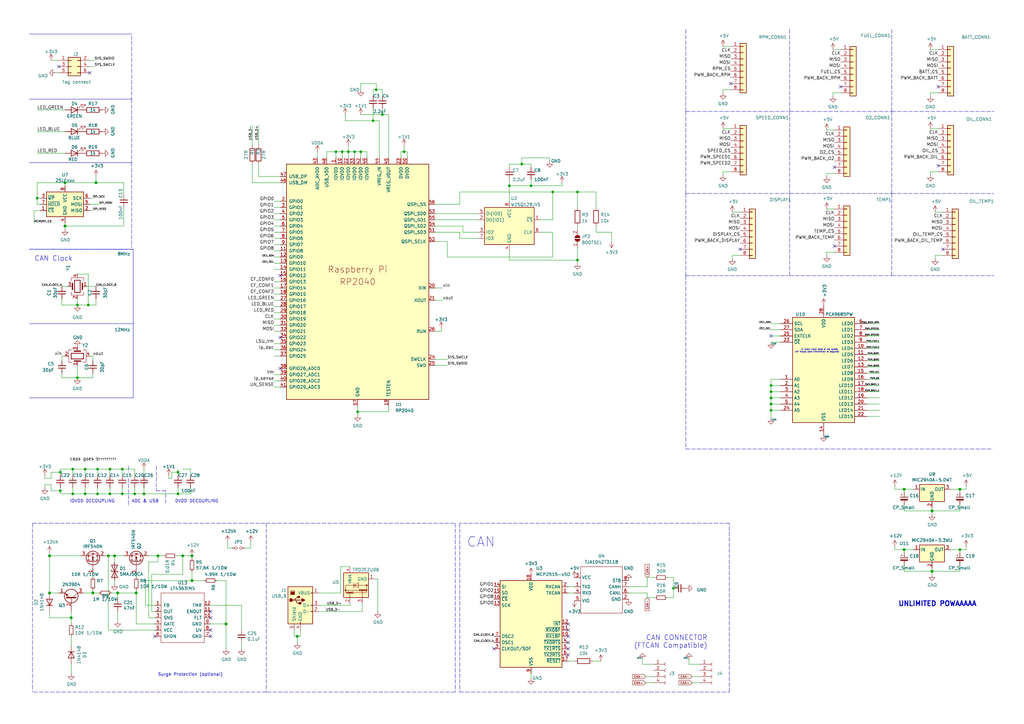
<source format=kicad_sch>
(kicad_sch (version 20211123) (generator eeschema)
  (paper "A3")
  (title_block (title "DashDash Mainboard") (rev "v2.0.0") (company "Churrosoft"))
  (junction (at 45.085 202.565))
  (junction (at 137.795 62.23))
  (junction (at 55.245 202.565))
  (junction (at 140.335 62.23))
  (junction (at 316.23 163.195) (diameter 0.9144))
  (junction (at 236.855 78.74))
  (junction (at 45.085 192.405))
  (junction (at 15.24 81.28) (diameter 0.9144))
  (junction (at 154.305 36.83))
  (junction (at 29.845 202.565))
  (junction (at 55.88 243.205) (diameter 1.016))
  (junction (at 34.925 192.405))
  (junction (at 24.765 201.295))
  (junction (at 31.75 125.095))
  (junction (at 73.025 202.565))
  (junction (at 26.67 74.93) (diameter 0.9144))
  (junction (at 20.32 227.965) (diameter 1.016))
  (junction (at 165.735 62.23))
  (junction (at 34.925 202.565))
  (junction (at 316.23 168.275) (diameter 0.9144))
  (junction (at 370.84 200.66) (diameter 1.016))
  (junction (at 48.26 243.205) (diameter 1.016))
  (junction (at 393.7 225.425) (diameter 0.9144))
  (junction (at 26.67 92.71) (diameter 1.016))
  (junction (at 213.995 67.31))
  (junction (at 393.7 200.66) (diameter 1.016))
  (junction (at 236.855 106.68))
  (junction (at 217.805 76.2))
  (junction (at 44.45 227.965) (diameter 1.016))
  (junction (at 74.93 227.965) (diameter 1.016))
  (junction (at 40.005 192.405))
  (junction (at 31.75 154.94))
  (junction (at 142.875 62.23))
  (junction (at 146.685 168.91))
  (junction (at 316.23 160.655) (diameter 0.9144))
  (junction (at 59.055 202.565))
  (junction (at 226.695 78.74))
  (junction (at 20.32 243.205) (diameter 1.016))
  (junction (at 36.195 125.095))
  (junction (at 382.27 234.315) (diameter 1.016))
  (junction (at 73.025 193.675))
  (junction (at 46.99 227.965) (diameter 1.016))
  (junction (at 145.415 62.23))
  (junction (at 39.37 74.93) (diameter 1.016))
  (junction (at 24.765 193.675))
  (junction (at 29.21 253.365) (diameter 1.016))
  (junction (at 153.035 49.53))
  (junction (at 147.955 62.23))
  (junction (at 316.23 158.115) (diameter 0.9144))
  (junction (at 370.84 225.425) (diameter 1.016))
  (junction (at 316.23 165.735) (diameter 0.9144))
  (junction (at 276.225 241.3) (diameter 0.9144))
  (junction (at 92.71 255.905) (diameter 1.016))
  (junction (at 50.165 202.565))
  (junction (at 40.005 202.565))
  (junction (at 78.74 238.125) (diameter 1.016))
  (junction (at 38.1 243.205) (diameter 1.016))
  (junction (at 29.845 192.405))
  (junction (at 78.74 227.965) (diameter 1.016))
  (junction (at 382.27 209.55) (diameter 1.016))
  (junction (at 121.92 260.985) (diameter 1.016))
  (junction (at 50.165 192.405))
  (junction (at 208.915 76.2))
  (junction (at 156.845 46.99))
  (junction (at 64.77 227.965) (diameter 1.016))
  (no_connect (at 86.36 253.365))
  (no_connect (at 299.72 34.29))
  (no_connect (at 202.565 266.065))
  (no_connect (at 86.36 250.825))
  (no_connect (at 63.5 260.985))
  (no_connect (at 342.265 68.58))
  (no_connect (at 24.13 27.305))
  (no_connect (at 233.045 263.525))
  (no_connect (at 36.83 29.845))
  (no_connect (at 114.935 138.43))
  (no_connect (at 384.81 67.945))
  (no_connect (at 316.23 137.795))
  (no_connect (at 384.81 35.56))
  (no_connect (at 303.53 102.235))
  (no_connect (at 386.715 102.235))
  (no_connect (at 233.045 266.065))
  (no_connect (at 233.045 260.985))
  (no_connect (at 344.805 35.56))
  (no_connect (at 233.045 258.445))
  (no_connect (at 233.045 255.905))
  (no_connect (at 342.265 100.965))
  (no_connect (at 86.36 258.445))
  (no_connect (at 114.935 151.13))
  (no_connect (at 114.935 113.03))
  (no_connect (at 86.36 260.985))
  (no_connect (at 233.045 268.605))
  (wire (pts (xy 20.955 24.765) (xy 24.13 24.765)))
  (wire (pts (xy 39.37 72.39) (xy 39.37 74.93)))
  (polyline (pts (xy 12.065 132.715) (xy 54.61 132.715)) (stroke (width 0) (type solid)))
  (wire (pts (xy 213.995 64.77) (xy 225.425 64.77)))
  (wire (pts (xy 112.395 97.79) (xy 114.935 97.79)))
  (wire (pts (xy 393.7 209.55) (xy 382.27 209.55)))
  (polyline (pts (xy 281.305 184.15) (xy 407.035 184.15)))
  (polyline (pts (xy 365.76 113.03) (xy 407.67 113.03)))
  (wire (pts (xy 106.045 72.39) (xy 114.935 72.39)))
  (polyline (pts (xy 281.305 45.72) (xy 281.305 79.375)))
  (wire (pts (xy 35.56 117.475) (xy 39.37 117.475)))
  (wire (pts (xy 316.23 160.655) (xy 316.23 163.195)))
  (wire (pts (xy 188.595 78.74) (xy 188.595 83.82)))
  (wire (pts (xy 26.67 76.2) (xy 26.67 74.93)))
  (wire (pts (xy 13.97 86.36) (xy 16.51 86.36)))
  (wire (pts (xy 92.71 255.905) (xy 92.71 266.065)))
  (wire (pts (xy 178.435 83.82) (xy 188.595 83.82)))
  (wire (pts (xy 167.005 62.23) (xy 167.005 64.77)))
  (wire (pts (xy 178.435 118.11) (xy 181.61 118.11)))
  (wire (pts (xy 393.7 234.315) (xy 382.27 234.315)))
  (wire (pts (xy 383.54 106.045) (xy 383.54 104.775)))
  (wire (pts (xy 221.615 95.25) (xy 226.695 95.25)))
  (wire (pts (xy 38.1 235.585) (xy 38.1 236.855)))
  (wire (pts (xy 40.005 192.405) (xy 40.005 194.945)))
  (wire (pts (xy 93.345 224.79) (xy 95.25 224.79)))
  (wire (pts (xy 43.18 227.965) (xy 44.45 227.965)))
  (wire (pts (xy 20.955 196.215) (xy 20.955 193.675)))
  (wire (pts (xy 233.045 240.665) (xy 235.585 240.665)))
  (wire (pts (xy 93.345 222.25) (xy 93.345 224.79)))
  (wire (pts (xy 381.635 71.755) (xy 381.635 70.485)))
  (wire (pts (xy 382.27 209.55) (xy 382.27 210.82)))
  (wire (pts (xy 112.395 120.65) (xy 114.935 120.65)))
  (wire (pts (xy 50.165 200.025) (xy 50.165 202.565)))
  (wire (pts (xy 69.215 194.945) (xy 69.215 196.215)))
  (wire (pts (xy 29.845 200.025) (xy 29.845 202.565)))
  (polyline (pts (xy 52.705 196.215) (xy 52.705 207.645)))
  (wire (pts (xy 39.37 74.93) (xy 50.8 74.93)))
  (wire (pts (xy 383.54 86.995) (xy 386.715 86.995)))
  (wire (pts (xy 367.03 200.66) (xy 370.84 200.66)))
  (polyline (pts (xy 323.85 12.065) (xy 323.85 45.72)))
  (wire (pts (xy 112.395 102.87) (xy 114.935 102.87)))
  (wire (pts (xy 276.225 236.855) (xy 273.685 236.855)))
  (wire (pts (xy 159.385 166.37) (xy 159.385 168.91)))
  (polyline (pts (xy 13.335 214.63) (xy 13.335 283.845)) (stroke (width 0) (type dash)))
  (wire (pts (xy 155.575 49.53) (xy 153.035 49.53)))
  (wire (pts (xy 164.465 62.23) (xy 164.465 64.77)))
  (wire (pts (xy 99.06 248.285) (xy 99.06 258.445)))
  (wire (pts (xy 38.1 243.205) (xy 38.1 241.935)))
  (wire (pts (xy 300.355 106.045) (xy 300.355 104.775)))
  (wire (pts (xy 36.195 112.395) (xy 36.195 125.095)))
  (wire (pts (xy 217.805 76.2) (xy 208.915 76.2)))
  (wire (pts (xy 316.23 140.335) (xy 320.04 140.335)))
  (wire (pts (xy 121.92 260.985) (xy 121.92 263.525)))
  (wire (pts (xy 264.795 280.035) (xy 267.97 280.035)))
  (wire (pts (xy 15.24 74.93) (xy 26.67 74.93)))
  (wire (pts (xy 55.88 241.935) (xy 55.88 243.205)))
  (wire (pts (xy 50.8 74.93) (xy 50.8 80.01)))
  (wire (pts (xy 243.205 271.145) (xy 246.38 271.145)))
  (wire (pts (xy 316.23 137.795) (xy 320.04 137.795)))
  (wire (pts (xy 78.105 192.405) (xy 74.93 192.405)))
  (polyline (pts (xy 323.85 113.03) (xy 365.76 113.03)))
  (wire (pts (xy 20.32 226.695) (xy 20.32 227.965)))
  (wire (pts (xy 45.085 200.025) (xy 45.085 202.565)))
  (wire (pts (xy 140.335 62.23) (xy 140.335 64.77)))
  (wire (pts (xy 355.6 153.035) (xy 360.68 153.035)))
  (wire (pts (xy 393.7 231.775) (xy 393.7 234.315)))
  (wire (pts (xy 233.045 271.145) (xy 235.585 271.145)))
  (polyline (pts (xy 323.85 79.375) (xy 323.85 113.03)))
  (wire (pts (xy 316.23 163.195) (xy 320.04 163.195)))
  (polyline (pts (xy 109.22 214.63) (xy 109.22 283.845)) (stroke (width 0) (type dash)))
  (wire (pts (xy 78.74 238.125) (xy 83.82 238.125)))
  (wire (pts (xy 59.055 202.565) (xy 73.025 202.565)))
  (wire (pts (xy 78.74 238.125) (xy 59.69 238.125)))
  (wire (pts (xy 147.955 36.83) (xy 147.955 34.29)))
  (wire (pts (xy 178.435 92.71) (xy 189.865 92.71)))
  (wire (pts (xy 150.495 62.23) (xy 147.955 62.23)))
  (wire (pts (xy 139.7 232.41) (xy 143.51 232.41)))
  (wire (pts (xy 112.395 82.55) (xy 114.935 82.55)))
  (wire (pts (xy 59.69 248.285) (xy 63.5 248.285)))
  (wire (pts (xy 208.915 106.68) (xy 236.855 106.68)))
  (wire (pts (xy 142.875 62.23) (xy 140.335 62.23)))
  (wire (pts (xy 389.89 225.425) (xy 393.7 225.425)))
  (polyline (pts (xy 54.61 163.195) (xy 54.61 132.715)) (stroke (width 0) (type solid)))
  (wire (pts (xy 73.025 202.565) (xy 78.105 202.565)))
  (wire (pts (xy 74.93 227.965) (xy 78.74 227.965)))
  (wire (pts (xy 20.32 253.365) (xy 29.21 253.365)))
  (wire (pts (xy 263.525 270.51) (xy 263.525 272.415)))
  (wire (pts (xy 141.605 49.53) (xy 141.605 46.99)))
  (wire (pts (xy 112.395 140.97) (xy 114.935 140.97)))
  (wire (pts (xy 20.32 227.965) (xy 33.02 227.965)))
  (wire (pts (xy 265.43 240.665) (xy 265.43 236.855)))
  (wire (pts (xy 341.63 20.32) (xy 344.805 20.32)))
  (wire (pts (xy 355.6 170.815) (xy 360.68 170.815)))
  (wire (pts (xy 393.7 207.01) (xy 393.7 209.55)))
  (wire (pts (xy 50.165 194.945) (xy 50.165 192.405)))
  (wire (pts (xy 130.175 64.77) (xy 130.175 62.23)))
  (wire (pts (xy 25.4 146.05) (xy 25.4 147.955)))
  (wire (pts (xy 276.225 241.3) (xy 276.225 236.855)))
  (polyline (pts (xy 365.76 45.72) (xy 365.76 79.375)))
  (wire (pts (xy 44.45 258.445) (xy 63.5 258.445)))
  (wire (pts (xy 178.435 123.19) (xy 181.61 123.19)))
  (wire (pts (xy 40.005 202.565) (xy 34.925 202.565)))
  (wire (pts (xy 370.84 201.93) (xy 370.84 200.66)))
  (wire (pts (xy 26.67 92.71) (xy 26.67 93.98)))
  (polyline (pts (xy 12.065 102.235) (xy 54.61 102.235)) (stroke (width 0) (type dash)))
  (wire (pts (xy 25.4 117.475) (xy 27.94 117.475)))
  (wire (pts (xy 339.09 71.12) (xy 342.265 71.12)))
  (wire (pts (xy 183.515 105.41) (xy 226.695 105.41)))
  (wire (pts (xy 235.585 243.205) (xy 233.045 243.205)))
  (wire (pts (xy 230.505 74.93) (xy 230.505 76.2)))
  (wire (pts (xy 60.96 227.965) (xy 64.77 227.965)))
  (wire (pts (xy 55.88 236.855) (xy 55.88 235.585)))
  (wire (pts (xy 69.215 196.215) (xy 70.485 196.215)))
  (wire (pts (xy 296.545 70.485) (xy 299.72 70.485)))
  (wire (pts (xy 355.6 150.495) (xy 360.68 150.495)))
  (wire (pts (xy 382.27 233.045) (xy 382.27 234.315)))
  (wire (pts (xy 26.67 91.44) (xy 26.67 92.71)))
  (wire (pts (xy 273.685 245.11) (xy 276.225 245.11)))
  (polyline (pts (xy 281.305 79.375) (xy 281.305 113.03)))
  (wire (pts (xy 355.6 137.795) (xy 360.68 137.795)))
  (wire (pts (xy 34.925 200.025) (xy 34.925 202.565)))
  (wire (pts (xy 103.505 74.93) (xy 103.505 67.31)))
  (wire (pts (xy 112.395 107.95) (xy 114.935 107.95)))
  (wire (pts (xy 15.24 53.975) (xy 26.67 53.975)))
  (wire (pts (xy 213.995 67.31) (xy 217.805 67.31)))
  (wire (pts (xy 370.84 209.55) (xy 382.27 209.55)))
  (wire (pts (xy 48.26 245.745) (xy 48.26 243.205)))
  (wire (pts (xy 257.81 243.205) (xy 265.43 243.205)))
  (wire (pts (xy 389.89 200.66) (xy 393.7 200.66)))
  (wire (pts (xy 355.6 163.195) (xy 360.68 163.195)))
  (wire (pts (xy 244.475 78.74) (xy 236.855 78.74)))
  (wire (pts (xy 38.1 154.94) (xy 31.75 154.94)))
  (wire (pts (xy 24.765 202.565) (xy 29.845 202.565)))
  (wire (pts (xy 265.43 245.11) (xy 265.43 243.205)))
  (wire (pts (xy 20.32 243.205) (xy 20.32 227.965)))
  (wire (pts (xy 55.245 194.945) (xy 55.245 192.405)))
  (wire (pts (xy 59.69 238.125) (xy 59.69 248.285)))
  (wire (pts (xy 120.65 258.445) (xy 120.65 260.985)))
  (wire (pts (xy 45.72 243.205) (xy 48.26 243.205)))
  (wire (pts (xy 55.245 200.025) (xy 55.245 202.565)))
  (wire (pts (xy 103.505 51.435) (xy 103.505 59.69)))
  (wire (pts (xy 156.845 44.45) (xy 156.845 46.99)))
  (wire (pts (xy 370.84 231.775) (xy 370.84 234.315)))
  (wire (pts (xy 78.74 234.315) (xy 78.74 238.125)))
  (wire (pts (xy 70.485 196.215) (xy 70.485 193.675)))
  (wire (pts (xy 217.805 276.225) (xy 217.805 278.13)))
  (wire (pts (xy 86.36 255.905) (xy 92.71 255.905)))
  (polyline (pts (xy 365.76 79.375) (xy 365.76 113.03)))
  (wire (pts (xy 147.955 62.23) (xy 145.415 62.23)))
  (wire (pts (xy 59.055 200.025) (xy 59.055 202.565)))
  (wire (pts (xy 355.6 132.715) (xy 360.68 132.715)))
  (polyline (pts (xy 53.975 13.97) (xy 12.065 13.97)) (stroke (width 0) (type solid)))
  (wire (pts (xy 25.4 154.94) (xy 31.75 154.94)))
  (wire (pts (xy 31.75 112.395) (xy 36.195 112.395)))
  (wire (pts (xy 74.93 235.585) (xy 62.23 235.585)))
  (wire (pts (xy 44.45 227.965) (xy 46.99 227.965)))
  (wire (pts (xy 236.855 106.68) (xy 236.855 107.95)))
  (polyline (pts (xy 53.975 14.605) (xy 53.975 40.64)) (stroke (width 0) (type dash)))
  (wire (pts (xy 316.23 158.115) (xy 320.04 158.115)))
  (wire (pts (xy 225.425 66.04) (xy 225.425 64.77)))
  (wire (pts (xy 208.915 76.2) (xy 208.915 82.55)))
  (wire (pts (xy 156.845 46.99) (xy 159.385 46.99)))
  (wire (pts (xy 45.085 192.405) (xy 45.085 194.945)))
  (wire (pts (xy 296.545 52.705) (xy 299.72 52.705)))
  (polyline (pts (xy 188.595 214.63) (xy 188.595 283.845)))
  (polyline (pts (xy 67.945 201.295) (xy 64.135 201.295)))
  (wire (pts (xy 62.23 250.825) (xy 63.5 250.825)))
  (wire (pts (xy 159.385 64.77) (xy 159.385 46.99)))
  (polyline (pts (xy 323.85 79.375) (xy 365.76 79.375)))
  (wire (pts (xy 156.845 36.83) (xy 154.305 36.83)))
  (wire (pts (xy 396.24 224.155) (xy 396.24 225.425)))
  (wire (pts (xy 139.7 243.205) (xy 139.7 232.41)))
  (polyline (pts (xy 12.065 163.195) (xy 54.61 163.195)) (stroke (width 0) (type solid)))
  (wire (pts (xy 178.435 147.32) (xy 183.515 147.32)))
  (wire (pts (xy 226.695 90.17) (xy 226.695 78.74)))
  (wire (pts (xy 178.435 149.86) (xy 183.515 149.86)))
  (wire (pts (xy 188.595 95.25) (xy 188.595 97.79)))
  (wire (pts (xy 339.09 103.505) (xy 342.265 103.505)))
  (wire (pts (xy 20.955 193.675) (xy 24.765 193.675)))
  (wire (pts (xy 123.19 258.445) (xy 123.19 260.985)))
  (wire (pts (xy 40.64 243.205) (xy 38.1 243.205)))
  (wire (pts (xy 150.495 64.77) (xy 150.495 62.23)))
  (wire (pts (xy 36.195 125.095) (xy 31.75 125.095)))
  (wire (pts (xy 183.515 99.06) (xy 183.515 105.41)))
  (wire (pts (xy 112.395 135.89) (xy 114.935 135.89)))
  (wire (pts (xy 112.395 105.41) (xy 114.935 105.41)))
  (wire (pts (xy 112.395 130.81) (xy 114.935 130.81)))
  (wire (pts (xy 18.415 200.025) (xy 18.415 198.755)))
  (wire (pts (xy 25.4 125.095) (xy 25.4 122.555)))
  (wire (pts (xy 396.24 199.39) (xy 396.24 200.66)))
  (wire (pts (xy 145.415 62.23) (xy 142.875 62.23)))
  (wire (pts (xy 72.39 227.965) (xy 74.93 227.965)))
  (wire (pts (xy 29.21 253.365) (xy 29.21 255.905)))
  (wire (pts (xy 236.855 85.09) (xy 236.855 78.74)))
  (wire (pts (xy 15.24 45.085) (xy 26.67 45.085)))
  (polyline (pts (xy 299.085 283.845) (xy 299.085 214.63)))
  (wire (pts (xy 46.99 238.125) (xy 46.99 239.395)))
  (wire (pts (xy 78.74 227.965) (xy 78.74 229.235)))
  (wire (pts (xy 40.005 192.405) (xy 34.925 192.405)))
  (wire (pts (xy 48.26 250.825) (xy 48.26 254.635)))
  (wire (pts (xy 78.105 200.025) (xy 78.105 202.565)))
  (wire (pts (xy 226.695 105.41) (xy 226.695 95.25)))
  (wire (pts (xy 282.575 272.415) (xy 287.02 272.415)))
  (wire (pts (xy 165.735 62.23) (xy 164.465 62.23)))
  (wire (pts (xy 370.84 207.01) (xy 370.84 209.55)))
  (wire (pts (xy 257.81 240.665) (xy 265.43 240.665)))
  (wire (pts (xy 296.545 38.1) (xy 296.545 36.83)))
  (wire (pts (xy 38.1 146.05) (xy 36.83 146.05)))
  (wire (pts (xy 178.435 87.63) (xy 196.215 87.63)))
  (wire (pts (xy 18.415 198.755) (xy 20.955 198.755)))
  (wire (pts (xy 316.23 168.275) (xy 316.23 171.45)))
  (wire (pts (xy 265.43 236.855) (xy 268.605 236.855)))
  (wire (pts (xy 393.7 200.66) (xy 393.7 201.93)))
  (wire (pts (xy 50.8 85.09) (xy 50.8 92.71)))
  (wire (pts (xy 341.63 38.1) (xy 344.805 38.1)))
  (wire (pts (xy 355.6 158.115) (xy 360.68 158.115)))
  (wire (pts (xy 381.635 38.1) (xy 384.81 38.1)))
  (wire (pts (xy 382.27 208.28) (xy 382.27 209.55)))
  (wire (pts (xy 154.305 36.83) (xy 153.035 36.83)))
  (wire (pts (xy 120.65 260.985) (xy 121.92 260.985)))
  (wire (pts (xy 92.71 238.125) (xy 92.71 255.905)))
  (wire (pts (xy 133.985 62.23) (xy 133.985 64.77)))
  (wire (pts (xy 147.955 46.99) (xy 156.845 46.99)))
  (wire (pts (xy 154.305 34.29) (xy 154.305 36.83)))
  (wire (pts (xy 230.505 76.2) (xy 217.805 76.2)))
  (wire (pts (xy 244.475 95.25) (xy 250.825 95.25)))
  (wire (pts (xy 153.035 44.45) (xy 153.035 49.53)))
  (wire (pts (xy 147.955 62.23) (xy 147.955 64.77)))
  (wire (pts (xy 55.245 202.565) (xy 59.055 202.565)))
  (wire (pts (xy 236.855 106.68) (xy 236.855 101.6)))
  (wire (pts (xy 31.75 154.94) (xy 31.75 149.86)))
  (wire (pts (xy 156.845 39.37) (xy 156.845 36.83)))
  (wire (pts (xy 178.435 99.06) (xy 183.515 99.06)))
  (polyline (pts (xy 13.335 214.63) (xy 109.22 214.63)) (stroke (width 0) (type dash)))
  (wire (pts (xy 381.635 70.485) (xy 384.81 70.485)))
  (wire (pts (xy 114.935 74.93) (xy 103.505 74.93)))
  (wire (pts (xy 189.865 95.25) (xy 196.215 95.25)))
  (wire (pts (xy 112.395 100.33) (xy 114.935 100.33)))
  (wire (pts (xy 48.26 243.205) (xy 55.88 243.205)))
  (wire (pts (xy 74.93 227.965) (xy 74.93 235.585)))
  (polyline (pts (xy 53.975 40.64) (xy 53.975 66.675)) (stroke (width 0) (type dash)))
  (wire (pts (xy 178.435 135.89) (xy 180.975 135.89)))
  (polyline (pts (xy 186.69 283.845) (xy 109.22 283.845)) (stroke (width 0) (type dash)))
  (polyline (pts (xy 281.305 12.065) (xy 281.305 45.72)))
  (polyline (pts (xy 281.305 113.03) (xy 323.215 113.03)))
  (wire (pts (xy 339.09 53.34) (xy 342.265 53.34)))
  (wire (pts (xy 316.23 132.715) (xy 320.04 132.715)))
  (polyline (pts (xy 53.975 66.675) (xy 12.065 66.675)) (stroke (width 0) (type solid)))
  (wire (pts (xy 296.545 36.83) (xy 299.72 36.83)))
  (wire (pts (xy 36.83 81.28) (xy 38.1 81.28)))
  (wire (pts (xy 355.6 147.955) (xy 360.68 147.955)))
  (wire (pts (xy 159.385 168.91) (xy 146.685 168.91)))
  (polyline (pts (xy 323.85 45.72) (xy 323.85 79.375)))
  (wire (pts (xy 106.045 51.435) (xy 106.045 59.69)))
  (wire (pts (xy 29.845 192.405) (xy 29.845 194.945)))
  (wire (pts (xy 316.23 168.275) (xy 320.04 168.275)))
  (wire (pts (xy 59.055 194.945) (xy 59.055 192.405)))
  (polyline (pts (xy 12.065 102.235) (xy 54.61 102.235)) (stroke (width 0) (type solid)))
  (wire (pts (xy 112.395 143.51) (xy 114.935 143.51)))
  (wire (pts (xy 34.925 192.405) (xy 34.925 194.945)))
  (wire (pts (xy 221.615 90.17) (xy 226.695 90.17)))
  (wire (pts (xy 264.795 277.495) (xy 267.97 277.495)))
  (wire (pts (xy 62.23 235.585) (xy 62.23 250.825)))
  (wire (pts (xy 18.415 196.215) (xy 20.955 196.215)))
  (wire (pts (xy 24.765 192.405) (xy 24.765 193.675)))
  (wire (pts (xy 339.09 104.775) (xy 339.09 103.505)))
  (wire (pts (xy 300.355 104.775) (xy 303.53 104.775)))
  (wire (pts (xy 112.395 158.75) (xy 114.935 158.75)))
  (polyline (pts (xy 67.945 206.375) (xy 67.945 201.295)))
  (wire (pts (xy 381.635 20.32) (xy 384.81 20.32)))
  (wire (pts (xy 70.485 193.675) (xy 73.025 193.675)))
  (wire (pts (xy 112.395 90.17) (xy 114.935 90.17)))
  (polyline (pts (xy 281.305 45.72) (xy 323.215 45.72)))
  (wire (pts (xy 189.865 92.71) (xy 189.865 95.25)))
  (wire (pts (xy 208.915 67.31) (xy 213.995 67.31)))
  (wire (pts (xy 38.1 147.955) (xy 38.1 146.05)))
  (wire (pts (xy 86.36 248.285) (xy 99.06 248.285)))
  (wire (pts (xy 263.525 272.415) (xy 267.97 272.415)))
  (wire (pts (xy 18.415 194.945) (xy 18.415 196.215)))
  (wire (pts (xy 63.5 253.365) (xy 60.96 253.365)))
  (wire (pts (xy 155.575 49.53) (xy 155.575 64.77)))
  (wire (pts (xy 64.77 227.965) (xy 67.31 227.965)))
  (polyline (pts (xy 54.61 132.715) (xy 54.61 102.235)) (stroke (width 0) (type solid)))
  (wire (pts (xy 367.03 225.425) (xy 370.84 225.425)))
  (wire (pts (xy 73.025 200.025) (xy 73.025 202.565)))
  (wire (pts (xy 153.035 36.83) (xy 153.035 39.37)))
  (wire (pts (xy 73.025 192.405) (xy 73.025 193.675)))
  (wire (pts (xy 29.21 260.985) (xy 29.21 264.795)))
  (wire (pts (xy 370.84 200.66) (xy 374.65 200.66)))
  (wire (pts (xy 112.395 87.63) (xy 114.935 87.63)))
  (wire (pts (xy 178.435 95.25) (xy 188.595 95.25)))
  (polyline (pts (xy 188.595 283.845) (xy 299.085 283.845)))
  (wire (pts (xy 24.765 193.675) (xy 24.765 194.945)))
  (wire (pts (xy 38.735 27.305) (xy 36.83 27.305)))
  (wire (pts (xy 112.395 85.09) (xy 114.935 85.09)))
  (wire (pts (xy 146.685 168.91) (xy 146.685 170.18)))
  (wire (pts (xy 370.84 234.315) (xy 382.27 234.315)))
  (polyline (pts (xy 281.305 79.375) (xy 323.215 79.375)))
  (wire (pts (xy 316.23 155.575) (xy 320.04 155.575)))
  (wire (pts (xy 276.225 245.11) (xy 276.225 241.3)))
  (wire (pts (xy 282.575 270.51) (xy 282.575 272.415)))
  (wire (pts (xy 38.1 153.035) (xy 38.1 154.94)))
  (wire (pts (xy 112.395 92.71) (xy 114.935 92.71)))
  (wire (pts (xy 208.915 68.58) (xy 208.915 67.31)))
  (wire (pts (xy 283.845 280.035) (xy 287.02 280.035)))
  (wire (pts (xy 316.23 165.735) (xy 316.23 168.275)))
  (wire (pts (xy 112.395 95.25) (xy 114.935 95.25)))
  (wire (pts (xy 22.86 29.845) (xy 24.13 29.845)))
  (wire (pts (xy 316.23 160.655) (xy 320.04 160.655)))
  (wire (pts (xy 102.87 224.79) (xy 100.33 224.79)))
  (wire (pts (xy 44.45 227.965) (xy 44.45 258.445)))
  (wire (pts (xy 73.025 193.675) (xy 73.025 194.945)))
  (wire (pts (xy 142.875 59.69) (xy 142.875 62.23)))
  (wire (pts (xy 137.795 62.23) (xy 137.795 64.77)))
  (wire (pts (xy 112.395 146.05) (xy 114.935 146.05)))
  (wire (pts (xy 244.475 85.09) (xy 244.475 78.74)))
  (wire (pts (xy 374.65 225.425) (xy 370.84 225.425)))
  (wire (pts (xy 165.735 59.69) (xy 165.735 62.23)))
  (wire (pts (xy 316.23 155.575) (xy 316.23 158.115)))
  (wire (pts (xy 112.395 118.11) (xy 114.935 118.11)))
  (wire (pts (xy 355.6 168.275) (xy 360.68 168.275)))
  (wire (pts (xy 78.105 194.945) (xy 78.105 192.405)))
  (wire (pts (xy 213.995 64.77) (xy 213.995 67.31)))
  (wire (pts (xy 188.595 97.79) (xy 196.215 97.79)))
  (wire (pts (xy 236.855 78.74) (xy 226.695 78.74)))
  (polyline (pts (xy 281.305 113.03) (xy 281.305 184.15)))
  (wire (pts (xy 50.165 202.565) (xy 55.245 202.565)))
  (wire (pts (xy 45.085 202.565) (xy 50.165 202.565)))
  (wire (pts (xy 316.23 135.255) (xy 320.04 135.255)))
  (wire (pts (xy 60.96 230.505) (xy 64.77 230.505)))
  (wire (pts (xy 112.395 125.73) (xy 114.935 125.73)))
  (wire (pts (xy 36.83 86.36) (xy 38.1 86.36)))
  (wire (pts (xy 112.395 115.57) (xy 114.935 115.57)))
  (wire (pts (xy 102.87 222.25) (xy 102.87 224.79)))
  (wire (pts (xy 208.915 102.87) (xy 208.915 106.68)))
  (wire (pts (xy 217.805 73.66) (xy 217.805 76.2)))
  (wire (pts (xy 167.005 62.23) (xy 165.735 62.23)))
  (wire (pts (xy 355.6 140.335) (xy 360.68 140.335)))
  (polyline (pts (xy 52.705 191.135) (xy 52.705 193.675)))
  (wire (pts (xy 31.75 122.555) (xy 31.75 125.095)))
  (wire (pts (xy 130.81 248.285) (xy 143.51 248.285)))
  (wire (pts (xy 130.81 243.205) (xy 139.7 243.205)))
  (wire (pts (xy 46.99 230.505) (xy 46.99 227.965)))
  (wire (pts (xy 146.685 166.37) (xy 146.685 168.91)))
  (wire (pts (xy 180.975 135.89) (xy 180.975 134.62)))
  (wire (pts (xy 112.395 123.19) (xy 114.935 123.19)))
  (wire (pts (xy 40.005 200.025) (xy 40.005 202.565)))
  (wire (pts (xy 145.415 62.23) (xy 145.415 64.77)))
  (wire (pts (xy 244.475 92.71) (xy 244.475 95.25)))
  (wire (pts (xy 20.955 198.755) (xy 20.955 201.295)))
  (wire (pts (xy 367.03 199.39) (xy 367.03 200.66)))
  (wire (pts (xy 296.545 71.755) (xy 296.545 70.485)))
  (wire (pts (xy 143.51 247.65) (xy 143.51 248.285)))
  (wire (pts (xy 370.84 225.425) (xy 370.84 226.695)))
  (wire (pts (xy 50.8 92.71) (xy 26.67 92.71)))
  (wire (pts (xy 383.54 104.775) (xy 386.715 104.775)))
  (polyline (pts (xy 109.22 214.63) (xy 186.69 214.63)) (stroke (width 0) (type dash)))
  (wire (pts (xy 142.875 62.23) (xy 142.875 64.77)))
  (wire (pts (xy 99.06 263.525) (xy 99.06 266.065)))
  (wire (pts (xy 40.005 202.565) (xy 45.085 202.565)))
  (wire (pts (xy 29.21 250.825) (xy 29.21 253.365)))
  (wire (pts (xy 15.24 62.865) (xy 26.67 62.865)))
  (wire (pts (xy 355.6 145.415) (xy 360.68 145.415)))
  (wire (pts (xy 381.635 52.705) (xy 384.81 52.705)))
  (polyline (pts (xy 323.85 45.72) (xy 365.76 45.72)))
  (wire (pts (xy 154.94 237.49) (xy 154.94 250.825)))
  (polyline (pts (xy 53.975 40.64) (xy 12.065 40.64)) (stroke (width 0) (type solid)))
  (wire (pts (xy 382.27 234.315) (xy 382.27 235.585)))
  (wire (pts (xy 106.045 67.31) (xy 106.045 72.39)))
  (wire (pts (xy 24.765 201.295) (xy 24.765 200.025)))
  (wire (pts (xy 300.355 86.995) (xy 303.53 86.995)))
  (wire (pts (xy 31.75 125.095) (xy 25.4 125.095)))
  (wire (pts (xy 140.335 62.23) (xy 137.795 62.23)))
  (wire (pts (xy 153.035 49.53) (xy 141.605 49.53)))
  (wire (pts (xy 16.51 81.28) (xy 15.24 81.28)))
  (wire (pts (xy 25.4 153.035) (xy 25.4 154.94)))
  (wire (pts (xy 316.23 158.115) (xy 316.23 160.655)))
  (wire (pts (xy 236.855 92.71) (xy 236.855 93.98)))
  (polyline (pts (xy 186.69 214.63) (xy 186.69 283.845)) (stroke (width 0) (type dash)))
  (wire (pts (xy 208.915 73.66) (xy 208.915 76.2)))
  (polyline (pts (xy 53.975 66.675) (xy 53.975 101.6)) (stroke (width 0) (type dash)))
  (wire (pts (xy 15.24 83.82) (xy 15.24 81.28)))
  (wire (pts (xy 341.63 39.37) (xy 341.63 38.1)))
  (wire (pts (xy 112.395 153.67) (xy 114.935 153.67)))
  (wire (pts (xy 64.77 230.505) (xy 64.77 227.965)))
  (wire (pts (xy 396.24 200.66) (xy 393.7 200.66)))
  (wire (pts (xy 283.845 277.495) (xy 287.02 277.495)))
  (wire (pts (xy 381.635 39.37) (xy 381.635 38.1)))
  (wire (pts (xy 112.395 133.35) (xy 114.935 133.35)))
  (wire (pts (xy 355.6 165.735) (xy 360.68 165.735)))
  (wire (pts (xy 123.19 260.985) (xy 121.92 260.985)))
  (wire (pts (xy 178.435 90.17) (xy 196.215 90.17)))
  (wire (pts (xy 112.395 110.49) (xy 114.935 110.49)))
  (wire (pts (xy 268.605 245.11) (xy 265.43 245.11)))
  (wire (pts (xy 29.845 192.405) (xy 24.765 192.405)))
  (wire (pts (xy 130.81 250.825) (xy 148.59 250.825)))
  (wire (pts (xy 316.23 163.195) (xy 316.23 165.735)))
  (wire (pts (xy 45.085 192.405) (xy 40.005 192.405)))
  (wire (pts (xy 39.37 122.555) (xy 39.37 125.095)))
  (wire (pts (xy 355.6 135.255) (xy 360.68 135.255)))
  (wire (pts (xy 24.765 202.565) (xy 24.765 201.295)))
  (wire (pts (xy 367.03 224.155) (xy 367.03 225.425)))
  (wire (pts (xy 55.88 255.905) (xy 55.88 243.205)))
  (wire (pts (xy 15.24 81.28) (xy 15.24 74.93)))
  (wire (pts (xy 355.6 142.875) (xy 360.68 142.875)))
  (wire (pts (xy 13.97 86.36) (xy 13.97 91.44)))
  (wire (pts (xy 34.925 192.405) (xy 29.845 192.405)))
  (wire (pts (xy 393.7 225.425) (xy 393.7 226.695)))
  (wire (pts (xy 16.51 83.82) (xy 15.24 83.82)))
  (wire (pts (xy 34.29 243.205) (xy 38.1 243.205)))
  (wire (pts (xy 39.37 125.095) (xy 36.195 125.095)))
  (wire (pts (xy 355.6 155.575) (xy 360.68 155.575)))
  (wire (pts (xy 88.9 238.125) (xy 92.71 238.125)))
  (wire (pts (xy 133.985 62.23) (xy 137.795 62.23)))
  (wire (pts (xy 26.67 146.05) (xy 25.4 146.05)))
  (wire (pts (xy 153.67 237.49) (xy 154.94 237.49)))
  (wire (pts (xy 147.955 34.29) (xy 154.305 34.29)))
  (wire (pts (xy 296.545 19.05) (xy 299.72 19.05)))
  (wire (pts (xy 316.23 165.735) (xy 320.04 165.735)))
  (wire (pts (xy 20.32 243.205) (xy 24.13 243.205)))
  (polyline (pts (xy 299.085 214.63) (xy 188.595 214.63)))
  (polyline (pts (xy 365.76 12.065) (xy 365.76 45.72)))
  (wire (pts (xy 29.21 272.415) (xy 29.21 276.225)))
  (wire (pts (xy 20.955 201.295) (xy 24.765 201.295)))
  (wire (pts (xy 226.695 78.74) (xy 188.595 78.74)))
  (wire (pts (xy 46.99 227.965) (xy 50.8 227.965)))
  (wire (pts (xy 20.32 250.825) (xy 20.32 253.365)))
  (wire (pts (xy 112.395 156.21) (xy 114.935 156.21)))
  (polyline (pts (xy 365.76 79.375) (xy 407.67 79.375)))
  (polyline (pts (xy 365.76 45.72) (xy 407.67 45.72)))
  (wire (pts (xy 55.88 255.905) (xy 63.5 255.905)))
  (wire (pts (xy 112.395 128.27) (xy 114.935 128.27)))
  (wire (pts (xy 34.925 202.565) (xy 29.845 202.565)))
  (polyline (pts (xy 64.135 191.135) (xy 64.135 201.295)))
  (wire (pts (xy 339.09 72.39) (xy 339.09 71.12)))
  (wire (pts (xy 250.825 95.25) (xy 250.825 99.06)))
  (wire (pts (xy 396.24 225.425) (xy 393.7 225.425)))
  (wire (pts (xy 148.59 250.825) (xy 148.59 247.65)))
  (wire (pts (xy 217.805 67.31) (xy 217.805 68.58)))
  (wire (pts (xy 38.735 24.765) (xy 36.83 24.765)))
  (wire (pts (xy 50.165 192.405) (xy 45.085 192.405)))
  (wire (pts (xy 36.83 83.82) (xy 40.64 83.82)))
  (wire (pts (xy 55.245 192.405) (xy 50.165 192.405)))
  (wire (pts (xy 339.09 85.725) (xy 342.265 85.725)))
  (polyline (pts (xy 109.22 283.845) (xy 13.335 283.845)) (stroke (width 0) (type dash)))
  (wire (pts (xy 26.67 74.93) (xy 39.37 74.93)))
  (wire (pts (xy 60.96 253.365) (xy 60.96 230.505)))
  (wire (pts (xy 355.6 160.655) (xy 360.68 160.655)))
  (text "DVDD DECOUPLING" (at 71.755 206.375 0) (effects (font (size 1.27 1.27)) (justify left bottom)))
  (text "CAN CONNECTOR\n(FTCAN Compatible)" (at 290.195 266.065 180) (effects (font (size 2 2)) (justify right bottom)))
  (text "ADC & USB" (at 53.975 206.375 0) (effects (font (size 1.27 1.27)) (justify left bottom)))
  (text "UNLIMITED POWAAAAA" (at 400.685 248.92 180) (effects (font (size 2 2) (thickness 0.4) bold) (justify right bottom)))
  (text "IOVDD DECOUPLING" (at 28.575 206.375 0) (effects (font (size 1.27 1.27)) (justify left bottom)))
  (text "Surge Protection (optional)" (at 91.44 277.495 180) (effects (font (size 1.27 1.27)) (justify right bottom)))
  (text "El Clock hace falta si me quedo \nsin inputs para sincronizar el segundo" (at 344.17 144.78 0) (effects (font (size 0.6 0.6) (thickness 0.12) bold) (justify right bottom)))
  (text "CAN Clock" (at 29.845 107.315 180) (effects (font (size 2 2)) (justify right bottom)))
  (text "CAN" (at 203.2 224.79 180) (effects (font (size 4 4)) (justify right bottom)))
  (label "CLK" (at 344.805 22.86 180))
  (label "xin" (at 181.61 118.11 0))
  (label "LED_BLUE" (at 15.24 53.975 0))
  (label "CLK" (at 342.265 88.265 180))
  (label "PWM_SPEED2" (at 299.72 67.945 180))
  (label "CF_CONF1" (at 112.395 118.11 180))
  (label "SPI_SCK" (at 38.1 81.28 0) (effects (font (size 0.7874 0.7874))))
  (label "PWM_BACK_RPM" (at 299.72 31.75 180))
  (label "PWM_BACK_O2" (at 342.265 66.04 180))
  (label "SYS_SWDIO" (at 38.735 24.765 0) (effects (font (size 0.9906 0.9906))))
  (label "CLK" (at 384.81 55.245 180))
  (label "GPIO6" (at 112.395 97.79 180))
  (label "GPIO8" (at 202.565 245.745 180))
  (label "SYS_SWCLK" (at 183.515 147.32 0) (effects (font (size 0.9906 0.9906))))
  (label "OIL_CS" (at 384.81 62.865 180))
  (label "PWM_SPEED1" (at 360.68 135.255 180) (effects (font (size 0.6 0.6))))
  (label "O2_CS" (at 342.265 63.5 180))
  (label "caps goes brrrrrrrrr" (at 28.575 189.23 0))
  (label "I2C1_SDA" (at 112.395 105.41 180) (effects (font (size 0.7 0.7))))
  (label "LED_RED" (at 15.24 62.865 0))
  (label "MOSI" (at 386.715 94.615 180))
  (label "PWM_BACK_RPM" (at 360.68 132.715 180) (effects (font (size 0.6 0.6))))
  (label "MISO" (at 386.715 92.075 180))
  (label "GPIO5" (at 112.395 95.25 180))
  (label "LED_RED" (at 112.395 128.27 180))
  (label "PWM_FUEL2" (at 360.68 142.875 180) (effects (font (size 0.6 0.6))))
  (label "PWM_FUEL1" (at 360.68 140.335 180) (effects (font (size 0.6 0.6))))
  (label "USB_D+" (at 106.045 51.435 270) (effects (font (size 0.9906 0.9906))))
  (label "PWM_BACK_BATT" (at 384.81 33.02 180))
  (label "FUEL_CS" (at 344.805 30.48 180))
  (label "GPIO2" (at 112.395 87.63 180))
  (label "CLK" (at 299.72 55.245 180))
  (label "MISO" (at 342.265 90.805 180))
  (label "Ip_dac" (at 112.395 143.51 180))
  (label "MOSI" (at 112.395 135.89 180))
  (label "MOSI" (at 342.265 93.345 180))
  (label "BATT_CS" (at 384.81 30.48 180))
  (label "PWM_BACK_OIL_TEMP" (at 386.715 99.695 180))
  (label "MISO" (at 342.265 58.42 180))
  (label "xout" (at 181.61 123.19 0))
  (label "PWM_OD" (at 360.68 155.575 180) (effects (font (size 0.6 0.6))))
  (label "MEMORY_CS" (at 13.97 91.44 0) (effects (font (size 0.8 0.8))))
  (label "PWM_BACK_RPM" (at 344.805 33.02 180))
  (label "LED_GREEN" (at 15.24 45.085 0))
  (label "GPIO3" (at 112.395 90.17 180))
  (label "GPIO0" (at 202.565 248.285 180))
  (label "I2C1_SCL" (at 316.23 135.255 180) (effects (font (size 0.7 0.7))))
  (label "SYS_SWDIO" (at 183.515 149.86 0) (effects (font (size 0.9906 0.9906))))
  (label "PWM_SPEED1" (at 299.72 65.405 180))
  (label "PWM_BAR1" (at 360.68 145.415 180) (effects (font (size 0.6 0.6))))
  (label "TEMP_CS" (at 342.265 95.885 180))
  (label "GPIO7" (at 112.395 100.33 180))
  (label "CAN_CLOCK_A" (at 202.565 263.525 180) (effects (font (size 0.8 0.8))))
  (label "PWM_SPEED2" (at 360.68 137.795 180) (effects (font (size 0.6 0.6))))
  (label "LED_BLUE" (at 112.395 125.73 180))
  (label "DISPLAY_CS" (at 303.53 97.155 180))
  (label "GPIO1" (at 202.565 240.665 180))
  (label "GPIO1" (at 112.395 85.09 180))
  (label "OIL_TEMP_CS" (at 386.715 97.155 180))
  (label "MISO" (at 344.805 25.4 180))
  (label "SYS_SWCLK" (at 38.735 27.305 0) (effects (font (size 0.9906 0.9906))))
  (label "MISO" (at 299.72 24.13 180))
  (label "CAN_CLOCK_A" (at 25.4 117.475 180) (effects (font (size 0.8 0.8))))
  (label "PWM_BACK_1" (at 360.68 158.115 180) (effects (font (size 0.6 0.6))))
  (label "MISO" (at 112.395 133.35 180))
  (label "CF_CONF2" (at 112.395 120.65 180))
  (label "CLK" (at 384.81 22.86 180))
  (label "MISO" (at 303.53 92.075 180))
  (label "MOSI" (at 299.72 26.67 180))
  (label "MOSI" (at 344.805 27.94 180))
  (label "SPEED_CS" (at 299.72 62.865 180))
  (label "CAN_CLOCK_B" (at 39.37 117.475 0) (effects (font (size 0.8 0.8))))
  (label "PWM_VEL" (at 360.68 153.035 180) (effects (font (size 0.6 0.6))))
  (label "I2C1_SCL" (at 112.395 107.95 180) (effects (font (size 0.7 0.7))))
  (label "PWM_BACK_2" (at 360.68 160.655 180) (effects (font (size 0.6 0.6))))
  (label "PWM_BACK_OIL" (at 384.81 65.405 180))
  (label "MOSI" (at 342.265 60.96 180))
  (label "MISO" (at 384.81 25.4 180))
  (label "Ip_sense" (at 112.395 156.21 180))
  (label "xout" (at 38.1 146.05 0))
  (label "CAN_CLOCK_B" (at 202.565 260.985 180) (effects (font (size 0.8 0.8))))
  (label "PWM_BAR2" (at 360.68 147.955 180) (effects (font (size 0.6 0.6))))
  (label "MOSI" (at 303.53 94.615 180))
  (label "MISO" (at 299.72 57.785 180))
  (label "MOSI" (at 384.81 27.94 180))
  (label "MISO" (at 384.81 57.785 180))
  (label "GPIO2" (at 202.565 243.205 180))
  (label "PWM_BACK_TEMP" (at 342.265 98.425 180))
  (label "CLK" (at 112.395 130.81 180))
  (label "Vm" (at 112.395 153.67 180))
  (label "SPI_MISO" (at 38.1 86.36 0) (effects (font (size 0.7874 0.7874))))
  (label "GPIO8" (at 112.395 102.87 180))
  (label "UN_SENSE" (at 112.395 158.75 180))
  (label "MOSI" (at 299.72 60.325 180))
  (label "LSU_Vm" (at 112.395 140.97 180))
  (label "RPM_CS" (at 299.72 29.21 180))
  (label "LED_GREEN" (at 112.395 123.19 180))
  (label "USB_D+" (at 133.985 248.285 0) (effects (font (size 0.9906 0.9906))))
  (label "CLK" (at 386.715 89.535 180))
  (label "CLK" (at 342.265 55.88 180))
  (label "CF_CONF0" (at 112.395 115.57 180))
  (label "CLK" (at 303.53 89.535 180))
  (label "PWM_BAR3" (at 360.68 150.495 180) (effects (font (size 0.6 0.6))))
  (label "GPIO4" (at 112.395 92.71 180))
  (label "xin" (at 25.4 146.05 180))
  (label "USB_D-" (at 139.7 250.825 180) (effects (font (size 0.9906 0.9906))))
  (label "GPIO0" (at 112.395 82.55 180))
  (label "CLK" (at 299.72 21.59 180))
  (label "MOSI" (at 384.81 60.325 180))
  (label "SPI_MOSI" (at 40.64 83.82 0) (effects (font (size 0.7874 0.7874))))
  (label "USB_D-" (at 103.505 51.435 270) (effects (font (size 0.9906 0.9906))))
  (label "PWM_BACK_DISPLAY" (at 303.53 99.695 180))
  (label "I2C1_SDA" (at 316.23 132.715 180) (effects (font (size 0.7 0.7))))
  (global_label "CAN-" (shape input) (at 264.795 277.495 180) (effects (font (size 0.889 0.889))) (property "Intersheet References" "${INTERSHEET_REFS}" (effects hide)))
  (global_label "CAN+" (shape input) (at 265.43 236.855 90) (effects (font (size 0.889 0.889))) (property "Intersheet References" "${INTERSHEET_REFS}" (effects hide)))
  (global_label "CAN-" (shape input) (at 283.845 277.495 180) (effects (font (size 0.889 0.889))) (property "Intersheet References" "${INTERSHEET_REFS}" (effects hide)))
  (global_label "CAN+" (shape input) (at 283.845 280.035 180) (effects (font (size 0.889 0.889))) (property "Intersheet References" "${INTERSHEET_REFS}" (effects hide)))
  (global_label "CAN-" (shape input) (at 265.43 245.11 270) (effects (font (size 0.889 0.889))) (property "Intersheet References" "${INTERSHEET_REFS}" (effects hide)))
  (global_label "CAN+" (shape input) (at 264.795 280.035 180) (effects (font (size 0.889 0.889))) (property "Intersheet References" "${INTERSHEET_REFS}" (effects hide)))
  (symbol (lib_id "Regulator_Linear:L7805") (at 382.27 225.425 0) (unit 1)
    (property "Reference" "U11" (at 370.84 222.885 0))
    (property "Value" "MIC2940A-3.3WU" (at 382.27 221.5896 0))
    (property "Footprint" "Package_TO_SOT_SMD:TO-263-3_TabPin2" (effects hide))
    (property "Datasheet" "http://www.st.com/content/ccc/resource/technical/document/datasheet/41/4f/b3/b0/12/d4/47/88/CD00000444.pdf/files/CD00000444.pdf/jcr:content/translations/en.CD00000444.pdf" (effects hide))
  )
  (symbol (lib_id "Device:Crystal_GND24") (at 31.75 117.475 180) (unit 1)
    (property "Reference" "Y1" (at 27.9233 109.8361 90))
    (property "Value" "8MHz" (at 50.8 104.14 0))
    (property "Footprint" "Crystal:Crystal_SMD_3225-4Pin_3.2x2.5mm" (effects hide))
    (property "LCSC" "C9002" (effects hide))
  )
  (symbol (lib_id "power:+1V1") (at 69.215 194.945 0) (unit 1)
    (property "Reference" "#PWR059" (effects hide))
    (property "Value" "+1V1" (at 69.215 191.3692 0))
  )
  (symbol (lib_id "power:GND") (at 31.75 154.94 0) (unit 1)
    (property "Reference" "#PWR037" (effects hide))
    (property "Value" "GND" (at 31.75 159.3834 0))
  )
  (symbol (lib_id "power:+1V1") (at 165.735 59.69 0) (unit 1)
    (property "Reference" "#PWR09" (effects hide))
    (property "Value" "+1V1" (at 165.735 56.1142 0))
  )
  (symbol (lib_id "power:GND") (at 281.305 241.3 90) (unit 1)
    (property "Reference" "#PWR050" (effects hide))
    (property "Value" "GND" (at 285.75 241.9349 90) (effects (justify right)))
  )
  (symbol (lib_id "power:+12VA") (at 93.345 222.25 0) (unit 1)
    (property "Reference" "#PWR029" (effects hide))
    (property "Value" "+12VA" (at 93.726 217.8558 0))
  )
  (symbol (lib_id "Device:R") (at 103.505 63.5 180) (unit 1)
    (property "Reference" "R1" (at 103.505 62.23 90))
    (property "Value" "27R" (at 100.965 63.5 90))
    (property "Footprint" "Resistor_SMD:R_0603_1608Metric" (effects hide))
  )
  (symbol (lib_id "Device:C_Small") (at 24.765 197.485 0) (unit 1)
    (property "Reference" "C22" (at 24.765 194.945 0) (effects (justify left)))
    (property "Value" "100nF" (effects hide))
    (property "Footprint" "Capacitor_SMD:C_0603_1608Metric" (effects hide))
  )
  (symbol (lib_id "power:GND") (at 337.82 178.435 0) (unit 1)
    (property "Reference" "#PWR031" (effects hide))
    (property "Value" "GND" (at 339.09 179.07 0) (effects (font (size 0.6 0.6))))
  )
  (symbol (lib_id "power:GND") (at 282.575 270.51 180) (unit 1)
    (property "Reference" "#PWR0102" (effects hide))
    (property "Value" "GND" (at 281.305 269.875 0) (effects (font (size 0.6 0.6))))
  )
  (symbol (lib_id "Device:C_Small") (at 55.245 197.485 0) (unit 1)
    (property "Reference" "C20" (at 55.245 194.945 0) (effects (justify left)))
    (property "Value" "100nF" (effects hide))
    (property "Footprint" "Capacitor_SMD:C_0603_1608Metric" (effects hide))
  )
  (symbol (lib_id "power:GND") (at 121.92 263.525 0) (unit 1)
    (property "Reference" "#PWR038" (effects hide))
    (property "Value" "GND" (at 122.047 267.9192 0))
  )
  (symbol (lib_id "Transistor_BJT:2N3904") (at 29.21 245.745 270) (mirror x) (unit 1)
    (property "Reference" "Q3" (at 25.4 248.285 90))
    (property "Value" "2N3904" (at 29.21 239.7252 90))
    (property "Footprint" "Package_TO_SOT_SMD:TSOT-23" (effects hide))
    (property "Datasheet" "https://www.fairchildsemi.com/datasheets/2N/2N3904.pdf" (effects hide))
  )
  (symbol (lib_id "Device:C_Small") (at 278.765 241.3 90) (unit 1)
    (property "Reference" "C9" (at 277.495 241.3 0) (effects (justify left)))
    (property "Value" "4.7nF" (effects hide))
    (property "Footprint" "Capacitor_SMD:C_0805_2012Metric" (effects hide))
    (property "LCSC" "C77475" (effects hide))
  )
  (symbol (lib_id "Device:R_Small") (at 271.145 245.11 270) (unit 1)
    (property "Reference" "R16" (at 271.145 240.03 90))
    (property "Value" "30R" (at 271.145 242.57 90))
    (property "Footprint" "Resistor_SMD:R_1206_3216Metric" (effects hide))
    (property "LCSC" "C205298" (effects hide))
  )
  (symbol (lib_id "Connector_Generic:Conn_02x03_Odd_Even") (at 29.21 27.305 0) (unit 1)
    (property "Reference" "J2" (at 29.845 22.225 0) (effects (justify left)))
    (property "Value" "Tag connect" (at 25.4 33.655 0) (effects (justify left)))
    (property "Footprint" "Connector:Tag-Connect_TC2030-IDC-NL_2x03_P1.27mm_Vertical" (effects hide))
  )
  (symbol (lib_id "Device:C_Small") (at 39.37 120.015 180) (unit 1)
    (property "Reference" "C2" (at 36.83 120.015 90))
    (property "Value" "30pF" (at 43.18 120.015 90))
    (property "Footprint" "Capacitor_SMD:C_0603_1608Metric" (effects hide))
  )
  (symbol (lib_id "Jumper:SolderJumper_2_Open") (at 236.855 97.79 90) (unit 1)
    (property "Reference" "JP2" (at 238.506 96.9553 90) (effects (justify right)))
    (property "Value" "BOOTSEL" (at 238.506 99.4922 90) (effects (justify right)))
    (property "Footprint" "Jumper:SolderJumper-2_P1.3mm_Open_TrianglePad1.0x1.5mm" (effects hide))
  )
  (symbol (lib_id "power:+3V3") (at 246.38 271.145 0) (unit 1)
    (property "Reference" "#PWR026" (effects hide))
    (property "Value" "+3V3" (at 246.38 266.7 0))
  )
  (symbol (lib_id "power:GND") (at 22.86 29.845 270) (unit 1)
    (property "Reference" "#PWR057" (effects hide))
    (property "Value" "GND" (at 19.685 31.115 90) (effects (justify right)))
  )
  (symbol (lib_id "Device:C_Small") (at 25.4 120.015 180) (unit 1)
    (property "Reference" "C1" (at 20.1381 120.0087 90))
    (property "Value" "30pF" (at 22.675 120.0087 90))
    (property "Footprint" "Capacitor_SMD:C_0603_1608Metric" (effects hide))
  )
  (symbol (lib_id "Connector_Generic:Conn_01x08") (at 347.345 93.345 0) (unit 1)
    (property "Reference" "TEMP1" (at 359.41 81.915 0) (effects (justify left)))
    (property "Value" "Conn_01x08" (effects hide))
  )
  (symbol (lib_id "power:+5V") (at 341.63 20.32 0) (unit 1)
    (property "Reference" "#PWR066" (effects hide))
    (property "Value" "+5V" (at 342.011 15.9258 0))
  )
  (symbol (lib_id "power:GND") (at 236.855 107.95 0) (unit 1)
    (property "Reference" "#PWR025" (effects hide))
    (property "Value" "GND" (at 236.855 112.3934 0))
  )
  (symbol (lib_id "power:VDDA") (at 130.175 62.23 0) (unit 1)
    (property "Reference" "#PWR02" (effects hide))
    (property "Value" "VDDA" (at 130.175 58.6542 0))
  )
  (symbol (lib_id "Connector_Generic:Conn_01x08") (at 389.89 27.94 0) (unit 1)
    (property "Reference" "BATT_CONN1" (at 394.335 15.24 0) (effects (justify left)))
    (property "Value" "Conn_01x08" (effects hide))
  )
  (symbol (lib_id "power:GND") (at 29.21 276.225 0) (unit 1)
    (property "Reference" "#PWR044" (effects hide))
    (property "Value" "GND" (at 29.337 280.6192 0))
  )
  (symbol (lib_id "power:+3V3") (at 180.975 134.62 0) (unit 1)
    (property "Reference" "#PWR011" (effects hide))
    (property "Value" "+3V3" (at 180.975 131.0442 0))
  )
  (symbol (lib_id "Interface_CAN_LIN:MCP2515-xSO") (at 217.805 255.905 0) (unit 1)
    (property "Reference" "U3" (at 219.8244 233.045 0) (effects (justify left)))
    (property "Value" "MCP2515-xSO" (at 219.8244 235.585 0) (effects (justify left)))
    (property "Footprint" "Package_SO:SOIC-18W_7.5x11.6mm_P1.27mm" (effects hide))
    (property "Datasheet" "http://ww1.microchip.com/downloads/en/DeviceDoc/21801e.pdf" (effects hide))
  )
  (symbol (lib_id "Device:R_Small") (at 86.36 238.125 270) (unit 1)
    (property "Reference" "R6" (at 87.5284 239.6236 0) (effects (justify left)))
    (property "Value" "4.99K 1/10W" (at 83.82 235.585 90) (effects (justify left)))
    (property "Footprint" "Resistor_SMD:R_0603_1608Metric" (effects hide))
  )
  (symbol (lib_id "Device:R") (at 239.395 271.145 90) (unit 1)
    (property "Reference" "R13" (at 239.395 265.43 90))
    (property "Value" "10k" (at 239.395 267.97 90))
    (property "Footprint" "Resistor_SMD:R_0603_1608Metric" (effects hide))
  )
  (symbol (lib_id "power:+3V3") (at 39.37 72.39 0) (unit 1)
    (property "Reference" "#PWR07" (effects hide))
    (property "Value" "+3V3" (at 39.751 67.9958 0))
  )
  (symbol (lib_id "OpenEFI-STM32-rev3:LT4363IMS") (at 74.93 249.555 0) (unit 1)
    (property "Reference" "U13" (at 74.93 239.014 0))
    (property "Value" "LT4363IMS" (at 74.93 241.3254 0))
    (property "Footprint" "Package_SO:SOIC-16W_7.5x10.3mm_P1.27mm" (effects hide))
    (property "Datasheet" "https://ar.mouser.com/datasheet/2/609/ADuM4160-1503590.pdf" (effects hide))
  )
  (symbol (lib_id "power:GND") (at 31.75 142.24 180) (unit 1)
    (property "Reference" "#PWR034" (effects hide))
    (property "Value" "GND" (at 29.845 138.43 0) (effects (justify right)))
  )
  (symbol (lib_id "Connector_Generic:Conn_01x08") (at 304.8 60.325 0) (unit 1)
    (property "Reference" "SPEED_CONN1" (at 309.88 48.26 0) (effects (justify left)))
    (property "Value" "Conn_01x08" (effects hide))
  )
  (symbol (lib_id "power:+12V") (at 367.03 224.155 0) (unit 1)
    (property "Reference" "#PWR019" (effects hide))
    (property "Value" "+12V" (at 367.411 219.7608 0))
  )
  (symbol (lib_id "Device:R_Small") (at 78.74 231.775 0) (unit 1)
    (property "Reference" "R5" (at 80.2386 230.6066 0) (effects (justify left)))
    (property "Value" "57.6K 1/10W" (at 80.2386 232.918 0) (effects (justify left)))
    (property "Footprint" "Resistor_SMD:R_0603_1608Metric" (effects hide))
  )
  (symbol (lib_id "power:+3V3") (at 141.605 46.99 0) (unit 1)
    (property "Reference" "#PWR03" (effects hide))
    (property "Value" "+3V3" (at 141.605 43.4142 0))
  )
  (symbol (lib_id "power:GND") (at 339.09 104.775 0) (unit 1)
    (property "Reference" "#PWR065" (effects hide))
    (property "Value" "GND" (at 339.09 109.22 0))
  )
  (symbol (lib_id "Device:CP_Small") (at 370.84 204.47 0) (unit 1)
    (property "Reference" "C16" (at 373.0752 203.3016 0) (effects (justify left)))
    (property "Value" "CP_Small" (at 366.0902 208.153 0) (effects (justify left)))
  )
  (symbol (lib_id "Device:R_Small") (at 271.145 236.855 270) (unit 1)
    (property "Reference" "R15" (at 271.145 231.775 90))
    (property "Value" "30R" (at 271.145 234.315 90))
    (property "Footprint" "Resistor_SMD:R_1206_3216Metric" (effects hide))
    (property "LCSC" "C205298" (effects hide))
  )
  (symbol (lib_id "Connector_Generic:Conn_01x08") (at 347.345 60.96 0) (unit 1)
    (property "Reference" "O2_CONN1" (at 354.965 48.26 0) (effects (justify left)))
    (property "Value" "Conn_01x08" (effects hide))
  )
  (symbol (lib_id "Connector_Generic:Conn_01x08") (at 389.89 60.325 0) (unit 1)
    (property "Reference" "OIL_CONN1" (at 396.24 48.895 0) (effects (justify left)))
    (property "Value" "Conn_01x08" (effects hide))
  )
  (symbol (lib_id "power:GND") (at 225.425 66.04 0) (unit 1)
    (property "Reference" "#PWR021" (effects hide))
    (property "Value" "GND" (at 227.965 66.04 0))
  )
  (symbol (lib_id "power:GND") (at 341.63 39.37 0) (unit 1)
    (property "Reference" "#PWR067" (effects hide))
    (property "Value" "GND" (at 341.63 43.815 0))
  )
  (symbol (lib_id "Driver_LED:PCA9685PW") (at 337.82 150.495 0) (unit 1)
    (property "Reference" "U10" (at 328.295 128.905 0))
    (property "Value" "PCA9685PW" (at 344.17 128.905 0))
    (property "Footprint" "Package_SO:TSSOP-28_4.4x9.7mm_P0.65mm" (effects hide))
    (property "Datasheet" "http://www.nxp.com/documents/data_sheet/PCA9685.pdf" (effects hide))
  )
  (symbol (lib_id "power:GND") (at 41.91 45.085 90) (unit 1)
    (property "Reference" "#PWR053" (effects hide))
    (property "Value" "GND" (at 46.3042 44.958 0))
  )
  (symbol (lib_id "STM32F_rev3-rescue:USB_B-Connector") (at 123.19 248.285 0) (unit 1)
    (property "Reference" "J1" (at 116.3828 242.1382 0))
    (property "Value" "USB_B" (at 114.4778 244.4496 0))
    (property "Footprint" "Connector_USB:USB_B_OST_USB-B1HSxx_Horizontal" (effects hide))
    (property "Datasheet" " ~" (effects hide))
  )
  (symbol (lib_id "power:GND") (at 99.06 266.065 0) (unit 1)
    (property "Reference" "#PWR041" (effects hide))
    (property "Value" "GND" (at 99.187 270.4592 0))
  )
  (symbol (lib_id "power:GND") (at 41.91 62.865 90) (unit 1)
    (property "Reference" "#PWR055" (effects hide))
    (property "Value" "GND" (at 46.3042 62.738 0))
  )
  (symbol (lib_id "power:GND") (at 31.75 125.095 0) (unit 1)
    (property "Reference" "#PWR01" (effects hide))
    (property "Value" "GND" (at 31.75 130.175 0))
  )
  (symbol (lib_id "Device:LED") (at 30.48 45.085 180) (unit 1)
    (property "Reference" "D4" (at 29.21 42.545 0) (effects (justify right)))
    (property "Value" "GREEN" (at 27.305 47.625 0) (effects (justify right)))
    (property "Footprint" "LED_SMD:LED_0603_1608Metric" (effects hide))
    (property "LCSC" "C72043" (effects hide))
  )
  (symbol (lib_id "Device:Crystal_GND24") (at 31.75 146.05 90) (unit 1)
    (property "Reference" "Y2" (at 34.925 141.605 90))
    (property "Value" "12MHz" (at 50.165 135.255 90))
    (property "Footprint" "Crystal:Crystal_SMD_3225-4Pin_3.2x2.5mm" (effects hide))
    (property "LCSC" "C9002" (effects hide))
  )
  (symbol (lib_id "power:GND") (at 154.94 250.825 0) (unit 1)
    (property "Reference" "#PWR039" (effects hide))
    (property "Value" "GND" (at 155.067 255.2192 0))
  )
  (symbol (lib_id "Device:R") (at 244.475 88.9 0) (unit 1)
    (property "Reference" "R14" (at 246.253 88.0653 0) (effects (justify left)))
    (property "Value" "10k" (at 246.253 90.6022 0) (effects (justify left)))
    (property "Footprint" "Resistor_SMD:R_0603_1608Metric" (effects hide))
  )
  (symbol (lib_id "Device:C_Small") (at 217.805 71.12 0) (unit 1)
    (property "Reference" "C8" (at 219.075 69.85 0) (effects (justify left)))
    (property "Value" "100nF" (at 219.075 73.66 0) (effects (justify left)))
    (property "Footprint" "Capacitor_SMD:C_0603_1608Metric" (effects hide))
  )
  (symbol (lib_id "power:+12VA") (at 20.32 226.695 0) (unit 1)
    (property "Reference" "#PWR032" (effects hide))
    (property "Value" "+12VA" (at 20.701 222.3008 0))
  )
  (symbol (lib_id "Device:C_Small") (at 78.105 197.485 0) (unit 1)
    (property "Reference" "C28" (at 78.105 194.945 0) (effects (justify left)))
    (property "Value" "100nF" (effects hide))
    (property "Footprint" "Capacitor_SMD:C_0603_1608Metric" (effects hide))
  )
  (symbol (lib_id "power:GND") (at 382.27 235.585 0) (unit 1)
    (property "Reference" "#PWR027" (effects hide))
    (property "Value" "GND" (at 382.397 239.9792 0))
  )
  (symbol (lib_id "Connector:Conn_01x04_Female") (at 292.1 274.955 0) (unit 1)
    (property "Reference" "J4" (at 294.005 276.2249 0) (effects (justify left)))
    (property "Value" "Conn_01x04_Female" (effects hide))
    (property "Footprint" "Connector_Molex:Molex_Mini-Fit_Jr_5569-04A1_2x02_P4.20mm_Horizontal" (effects hide))
  )
  (symbol (lib_id "Device:C_Small") (at 25.4 150.495 0) (mirror x) (unit 1)
    (property "Reference" "C5" (at 22.225 149.2185 0) (effects (justify right)))
    (property "Value" "30pF" (at 22.225 151.7585 0) (effects (justify right)))
    (property "Footprint" "Capacitor_SMD:C_0603_1608Metric" (effects hide))
  )
  (symbol (lib_id "Device:C_Small") (at 208.915 71.12 0) (unit 1)
    (property "Reference" "C7" (at 210.185 69.85 0) (effects (justify left)))
    (property "Value" "2.2uF" (at 210.185 73.66 0) (effects (justify left)))
    (property "Footprint" "Capacitor_SMD:C_0603_1608Metric" (effects hide))
  )
  (symbol (lib_id "power:+1V1") (at 147.955 46.99 0) (unit 1)
    (property "Reference" "#PWR08" (effects hide))
    (property "Value" "+1V1" (at 147.955 43.4142 0))
  )
  (symbol (lib_id "Regulator_Linear:L7805") (at 382.27 200.66 0) (unit 1)
    (property "Reference" "U9" (at 382.27 194.5132 0))
    (property "Value" "MIC2940A-5.0WT" (at 382.27 196.8246 0))
    (property "Footprint" "Package_TO_SOT_THT:TO-220-3_Vertical" (effects hide))
    (property "Datasheet" "http://www.st.com/content/ccc/resource/technical/document/datasheet/41/4f/b3/b0/12/d4/47/88/CD00000444.pdf/files/CD00000444.pdf/jcr:content/translations/en.CD00000444.pdf" (effects hide))
    (property "DIGY" "576-1136-ND" (effects hide))
  )
  (symbol (lib_id "power:+5V") (at 235.585 236.855 0) (unit 1)
    (property "Reference" "#PWR023" (effects hide))
    (property "Value" "+5V" (at 235.585 233.045 0))
  )
  (symbol (lib_id "Device:R") (at 38.1 45.085 270) (unit 1)
    (property "Reference" "R17" (at 38.1 42.545 90))
    (property "Value" "1k" (at 38.1 45.085 90))
    (property "Footprint" "Resistor_SMD:R_0603_1608Metric" (effects hide))
  )
  (symbol (lib_id "power:+5V") (at 296.545 52.705 0) (unit 1)
    (property "Reference" "#PWR045" (effects hide))
    (property "Value" "+5V" (at 296.926 48.3108 0))
  )
  (symbol (lib_id "power:+5V") (at 383.54 86.995 0) (unit 1)
    (property "Reference" "#PWR072" (effects hide))
    (property "Value" "+5V" (at 383.921 82.6008 0))
  )
  (symbol (lib_id "Device:CP_Small") (at 393.7 229.235 0) (unit 1)
    (property "Reference" "C19" (at 395.9352 228.0666 0) (effects (justify left)))
    (property "Value" "CP_Small" (at 388.9502 232.918 0) (effects (justify left)))
  )
  (symbol (lib_id "power:+5V") (at 296.545 19.05 0) (unit 1)
    (property "Reference" "#PWR042" (effects hide))
    (property "Value" "+5V" (at 296.926 14.6558 0))
  )
  (symbol (lib_id "power:+12V") (at 367.03 199.39 0) (unit 1)
    (property "Reference" "#PWR015" (effects hide))
    (property "Value" "+12V" (at 367.411 194.9958 0))
  )
  (symbol (lib_id "power:GND") (at 300.355 106.045 0) (unit 1)
    (property "Reference" "#PWR061" (effects hide))
    (property "Value" "GND" (at 300.355 110.49 0))
  )
  (symbol (lib_id "power:VDDA") (at 59.055 192.405 0) (unit 1)
    (property "Reference" "#PWR058" (effects hide))
    (property "Value" "VDDA" (at 59.055 188.8292 0))
  )
  (symbol (lib_id "Power_Protection:TPD2E2U06") (at 146.05 240.03 90) (unit 1)
    (property "Reference" "U5" (at 139.065 238.7599 90) (effects (justify left)))
    (property "Value" "TPD2E2U06" (at 155.575 233.68 90) (effects (justify left)))
    (property "Footprint" "Package_TO_SOT_SMD:SOT-143" (effects hide))
    (property "Datasheet" "http://www.ti.com/lit/ds/symlink/tpd2e2u06.pdf" (effects hide))
    (property "LCSC" "C2987149" (effects hide))
  )
  (symbol (lib_id "rp2040:RP2040") (at 146.685 115.57 0) (mirror y) (unit 1)
    (property "Reference" "U1" (at 162.1537 165.8604 0) (effects (justify right)))
    (property "Value" "RP2040" (at 162.1537 168.3973 0) (effects (justify right)))
    (property "Footprint" "Package_DFN_QFN:QFN-56-1EP_7x7mm_P0.4mm_EP3.2x3.2mm" (effects hide))
  )
  (symbol (lib_id "Diode:1N4148") (at 20.32 247.015 90) (unit 1)
    (property "Reference" "D2" (at 14.8082 247.015 0))
    (property "Value" "1N4148" (at 17.1196 247.015 0))
    (property "Footprint" "Diode_SMD:D_0805_2012Metric" (effects hide))
    (property "Datasheet" "https://assets.nexperia.com/documents/data-sheet/1N4148_1N4448.pdf" (effects hide))
  )
  (symbol (lib_id "Device:C_Small") (at 153.035 41.91 0) (unit 1)
    (property "Reference" "C3" (at 153.035 39.37 0) (effects (justify left)))
    (property "Value" "2.2uF" (at 153.035 45.72 0) (effects (justify left)))
    (property "Footprint" "Capacitor_SMD:C_0603_1608Metric" (effects hide))
  )
  (symbol (lib_id "Connector_Generic:Conn_01x08") (at 304.8 26.67 0) (unit 1)
    (property "Reference" "RPM_CONN1" (at 311.15 15.24 0) (effects (justify left)))
    (property "Value" "Conn_01x08" (effects hide))
  )
  (symbol (lib_id "Device:R") (at 38.1 62.865 270) (unit 1)
    (property "Reference" "R19" (at 38.1 60.325 90))
    (property "Value" "1k" (at 38.1 62.865 90))
    (property "Footprint" "Resistor_SMD:R_0603_1608Metric" (effects hide))
  )
  (symbol (lib_id "power:GND") (at 217.805 278.13 0) (unit 1)
    (property "Reference" "#PWR013" (effects hide))
    (property "Value" "GND" (at 220.345 278.13 0))
  )
  (symbol (lib_id "power:+3V3") (at 337.82 125.095 0) (unit 1)
    (property "Reference" "#PWR014" (effects hide))
    (property "Value" "+3V3" (at 338.201 121.8438 90) (effects (justify left)))
  )
  (symbol (lib_id "Memory_EEPROM:25LCxxx") (at 26.67 83.82 0) (unit 1)
    (property "Reference" "U7" (at 26.67 71.7358 0))
    (property "Value" "25LCxxx" (at 26.67 74.0345 0))
    (property "Footprint" "Package_SO:SOIC-8_3.9x4.9mm_P1.27mm" (effects hide))
    (property "Datasheet" "http://ww1.microchip.com/downloads/en/DeviceDoc/21832H.pdf" (effects hide))
  )
  (symbol (lib_id "Device:Jumper_NO_Small") (at 97.79 224.79 0) (unit 1)
    (property "Reference" "JP1" (at 97.79 222.25 0))
    (property "Value" "Jumper_NO_Small" (effects hide))
    (property "Footprint" "Jumper:SolderJumper-2_P1.3mm_Open_TrianglePad1.0x1.5mm" (effects hide))
  )
  (symbol (lib_id "power:GND") (at 381.635 71.755 0) (unit 1)
    (property "Reference" "#PWR071" (effects hide))
    (property "Value" "GND" (at 381.635 76.2 0))
  )
  (symbol (lib_id "Connector_Generic:Conn_01x08") (at 349.885 27.94 0) (unit 1)
    (property "Reference" "FUEL_CONN1" (at 353.06 14.605 0) (effects (justify left)))
    (property "Value" "Conn_01x08" (effects hide))
  )
  (symbol (lib_id "power:+3V3") (at 142.875 59.69 0) (unit 1)
    (property "Reference" "#PWR04" (effects hide))
    (property "Value" "+3V3" (at 142.875 56.1142 0))
  )
  (symbol (lib_id "Device:CP_Small") (at 393.7 204.47 0) (unit 1)
    (property "Reference" "C17" (at 395.9352 203.3016 0) (effects (justify left)))
    (property "Value" "CP_Small" (at 388.9502 208.153 0) (effects (justify left)))
  )
  (symbol (lib_id "Device:C_Small") (at 48.26 248.285 0) (unit 1)
    (property "Reference" "C21" (at 50.5968 247.1166 0) (effects (justify left)))
    (property "Value" "47nF" (at 50.5968 249.428 0) (effects (justify left)))
    (property "Footprint" "Capacitor_SMD:C_0603_1608Metric" (effects hide))
  )
  (symbol (lib_id "power:+3V3") (at 396.24 224.155 0) (unit 1)
    (property "Reference" "#PWR020" (effects hide))
    (property "Value" "+3V3" (at 396.621 219.7608 0))
  )
  (symbol (lib_id "power:GND") (at 257.81 238.125 180) (unit 1)
    (property "Reference" "#PWR048" (effects hide))
    (property "Value" "GND" (at 257.81 233.045 0))
  )
  (symbol (lib_id "Transistor_FET:IRF540N") (at 38.1 230.505 270) (mirror x) (unit 1)
    (property "Reference" "Q1" (at 38.1 221.8182 90))
    (property "Value" "IRF540N" (at 38.1 224.1296 90))
    (property "Footprint" "Package_TO_SOT_THT:TO-220-3_Vertical" (effects hide))
    (property "Datasheet" "http://www.irf.com/product-info/datasheets/data/irf540n.pdf" (effects hide))
  )
  (symbol (lib_id "power:GND") (at 383.54 106.045 0) (unit 1)
    (property "Reference" "#PWR073" (effects hide))
    (property "Value" "GND" (at 383.54 110.49 0))
  )
  (symbol (lib_id "Device:R") (at 106.045 63.5 0) (unit 1)
    (property "Reference" "R2" (at 106.045 62.23 90))
    (property "Value" "27R" (at 108.2239 63.5 90))
    (property "Footprint" "Resistor_SMD:R_0603_1608Metric" (effects hide))
  )
  (symbol (lib_id "Device:R_Small") (at 55.88 239.395 0) (unit 1)
    (property "Reference" "R8" (at 57.3786 238.2266 0) (effects (justify left)))
    (property "Value" "10R 1/10W" (at 57.3786 240.538 0) (effects (justify left)))
    (property "Footprint" "Resistor_SMD:R_0603_1608Metric" (effects hide))
  )
  (symbol (lib_id "Device:C_Small") (at 45.085 197.485 0) (unit 1)
    (property "Reference" "C14" (at 45.085 194.945 0) (effects (justify left)))
    (property "Value" "100nF" (effects hide))
    (property "Footprint" "Capacitor_SMD:C_0603_1608Metric" (effects hide))
  )
  (symbol (lib_id "power:+5V") (at 381.635 52.705 0) (unit 1)
    (property "Reference" "#PWR070" (effects hide))
    (property "Value" "+5V" (at 382.016 48.3108 0))
  )
  (symbol (lib_id "power:+12V") (at 102.87 222.25 0) (unit 1)
    (property "Reference" "#PWR030" (effects hide))
    (property "Value" "+12V" (at 103.251 217.8558 0))
  )
  (symbol (lib_id "Device:C_Small") (at 50.8 82.55 0) (unit 1)
    (property "Reference" "C13" (at 49.53 81.28 90) (effects (justify left)))
    (property "Value" "100nF" (at 49.53 90.17 90) (effects (justify left)))
    (property "Footprint" "Capacitor_SMD:C_0805_2012Metric" (effects hide))
    (property "LCSC" "C49678" (effects hide))
  )
  (symbol (lib_id "Connector:Conn_01x04_Female") (at 273.05 274.955 0) (unit 1)
    (property "Reference" "J3" (at 274.32 276.2249 0) (effects (justify left)))
    (property "Value" "Conn_01x04_Female" (effects hide))
    (property "Footprint" "Connector_Molex:Molex_Mini-Fit_Jr_5569-04A1_2x02_P4.20mm_Horizontal" (effects hide))
  )
  (symbol (lib_id "power:GND") (at 382.27 210.82 0) (unit 1)
    (property "Reference" "#PWR017" (effects hide))
    (property "Value" "GND" (at 382.397 215.2142 0))
  )
  (symbol (lib_id "power:GND") (at 46.99 239.395 0) (unit 1)
    (property "Reference" "#PWR035" (effects hide))
    (property "Value" "GND" (at 50.8 240.665 0))
  )
  (symbol (lib_id "Device:R_Small") (at 43.18 243.205 270) (unit 1)
    (property "Reference" "R9" (at 43.18 244.475 90))
    (property "Value" "1M 1/10W" (at 43.18 245.745 90))
    (property "Footprint" "Resistor_SMD:R_0603_1608Metric" (effects hide))
  )
  (symbol (lib_id "power:+3V3") (at 20.955 24.765 0) (unit 1)
    (property "Reference" "#PWR056" (effects hide))
    (property "Value" "+3V3" (at 20.955 21.1892 0))
  )
  (symbol (lib_id "OpenEFI-STM32-rev3:TJA1042T3118") (at 246.38 242.57 0) (unit 1)
    (property "Reference" "U4" (at 246.6975 227.965 0))
    (property "Value" "TJA1042T3118" (at 246.6975 230.505 0))
    (property "Footprint" "Package_SO:HTSOP-8-1EP_3.9x4.9mm_P1.27mm_EP2.4x3.2mm" (effects hide))
  )
  (symbol (lib_id "power:GND") (at 296.545 38.1 0) (unit 1)
    (property "Reference" "#PWR043" (effects hide))
    (property "Value" "GND" (at 296.545 42.545 0))
  )
  (symbol (lib_id "power:GND") (at 316.23 140.335 0) (unit 1)
    (property "Reference" "#PWR018" (effects hide))
    (property "Value" "GND" (at 317.5 140.97 0) (effects (font (size 0.6 0.6))))
  )
  (symbol (lib_id "Device:C_Small") (at 38.1 150.495 180) (unit 1)
    (property "Reference" "C6" (at 35.56 150.495 90))
    (property "Value" "30pF" (at 41.91 150.495 90))
    (property "Footprint" "Capacitor_SMD:C_0603_1608Metric" (effects hide))
  )
  (symbol (lib_id "Device:C_Small") (at 29.845 197.485 0) (unit 1)
    (property "Reference" "C10" (at 29.845 194.945 0) (effects (justify left)))
    (property "Value" "100nF" (effects hide))
    (property "Footprint" "Capacitor_SMD:C_0603_1608Metric" (effects hide))
  )
  (symbol (lib_id "power:GND") (at 316.23 171.45 0) (unit 1)
    (property "Reference" "#PWR028" (effects hide))
    (property "Value" "GND" (at 317.5 172.085 0) (effects (font (size 0.6 0.6))))
  )
  (symbol (lib_id "power:GND") (at 296.545 71.755 0) (unit 1)
    (property "Reference" "#PWR046" (effects hide))
    (property "Value" "GND" (at 296.545 76.2 0))
  )
  (symbol (lib_id "power:GND") (at 41.91 53.975 90) (unit 1)
    (property "Reference" "#PWR054" (effects hide))
    (property "Value" "GND" (at 46.3042 53.848 0))
  )
  (symbol (lib_id "power:+3V3") (at 230.505 74.93 0) (unit 1)
    (property "Reference" "#PWR022" (effects hide))
    (property "Value" "+3V3" (at 230.505 71.3542 0))
  )
  (symbol (lib_id "power:GND") (at 147.955 36.83 0) (unit 1)
    (property "Reference" "#PWR06" (effects hide))
    (property "Value" "GND" (at 145.415 36.83 0))
  )
  (symbol (lib_id "power:+5V") (at 339.09 53.34 0) (unit 1)
    (property "Reference" "#PWR062" (effects hide))
    (property "Value" "+5V" (at 339.471 48.9458 0))
  )
  (symbol (lib_id "power:+5V") (at 396.24 199.39 0) (unit 1)
    (property "Reference" "#PWR016" (effects hide))
    (property "Value" "+5V" (at 396.621 194.9958 0))
  )
  (symbol (lib_id "power:+3V3") (at 250.825 99.06 180) (unit 1)
    (property "Reference" "#PWR047" (effects hide))
    (property "Value" "+3V3" (at 250.825 103.5034 0))
  )
  (symbol (lib_id "Device:D_TVS") (at 46.99 234.315 270) (unit 1)
    (property "Reference" "D1" (at 49.022 233.1466 90) (effects (justify left)))
    (property "Value" "SMAJ58CA" (at 49.022 235.458 90) (effects (justify left)))
    (property "Footprint" "Diode_SMD:D_SMA" (effects hide))
  )
  (symbol (lib_id "power:+3V3") (at 18.415 194.945 0) (unit 1)
    (property "Reference" "#PWR051" (effects hide))
    (property "Value" "+3V3" (at 18.415 191.3692 0))
  )
  (symbol (lib_id "power:GND") (at 257.81 245.745 0) (unit 1)
    (property "Reference" "#PWR049" (effects hide))
    (property "Value" "GND" (at 257.81 250.825 0))
  )
  (symbol (lib_id "power:+3V3") (at 217.805 235.585 0) (unit 1)
    (property "Reference" "#PWR012" (effects hide))
    (property "Value" "+3V3" (at 217.805 231.14 0))
  )
  (symbol (lib_id "Device:LED") (at 30.48 62.865 180) (unit 1)
    (property "Reference" "D6" (at 29.21 60.325 0) (effects (justify right)))
    (property "Value" "RED" (at 27.94 65.405 0) (effects (justify right)))
    (property "Footprint" "LED_SMD:LED_0603_1608Metric" (effects hide))
    (property "LCSC" "C72041" (effects hide))
  )
  (symbol (lib_id "power:GND") (at 18.415 200.025 0) (unit 1)
    (property "Reference" "#PWR052" (effects hide))
    (property "Value" "GND" (at 18.415 204.4684 0))
  )
  (symbol (lib_id "Memory_Flash:W25Q128JVS") (at 208.915 92.71 0) (mirror y) (unit 1)
    (property "Reference" "U2" (at 209.4356 81.3902 0) (effects (justify right)))
    (property "Value" "W25Q128JVS" (at 209.4356 83.9271 0) (effects (justify right)))
    (property "Footprint" "Package_SO:SOIC-8_5.23x5.23mm_P1.27mm" (effects hide))
    (property "Datasheet" "http://www.winbond.com/resource-files/w25q128jv_dtr%20revc%2003272018%20plus.pdf" (effects hide))
  )
  (symbol (lib_id "Device:C_Small") (at 50.165 197.485 0) (unit 1)
    (property "Reference" "C15" (at 50.165 194.945 0) (effects (justify left)))
    (property "Value" "100nF" (effects hide))
    (property "Footprint" "Capacitor_SMD:C_0603_1608Metric" (effects hide))
  )
  (symbol (lib_id "power:GND") (at 381.635 39.37 0) (unit 1)
    (property "Reference" "#PWR069" (effects hide))
    (property "Value" "GND" (at 381.635 43.815 0))
  )
  (symbol (lib_id "Connector_Generic:Conn_01x08") (at 391.795 94.615 0) (unit 1)
    (property "Reference" "OIL_TEMP1" (at 397.51 82.55 0) (effects (justify left)))
    (property "Value" "Conn_01x08" (effects hide))
  )
  (symbol (lib_id "Device:C_Small") (at 99.06 260.985 0) (unit 1)
    (property "Reference" "C25" (at 101.3968 259.8166 0) (effects (justify left)))
    (property "Value" "0.1uF" (at 101.3968 262.128 0) (effects (justify left)))
    (property "Footprint" "Capacitor_SMD:C_0603_1608Metric" (effects hide))
  )
  (symbol (lib_id "Device:R_Small") (at 29.21 258.445 0) (unit 1)
    (property "Reference" "R12" (at 30.7086 257.2766 0) (effects (justify left)))
    (property "Value" "10K 1/10W" (at 30.7086 259.588 0) (effects (justify left)))
    (property "Footprint" "Resistor_SMD:R_0603_1608Metric" (effects hide))
  )
  (symbol (lib_id "Transistor_FET:IRF540N") (at 55.88 230.505 270) (mirror x) (unit 1)
    (property "Reference" "Q2" (at 57.0484 225.3234 0) (effects (justify left)))
    (property "Value" "IRF540N" (at 54.737 225.3234 0) (effects (justify left)))
    (property "Footprint" "Package_TO_SOT_THT:TO-220-3_Vertical" (effects hide))
    (property "Datasheet" "http://www.irf.com/product-info/datasheets/data/irf540n.pdf" (effects hide))
  )
  (symbol (lib_id "Device:C_Small") (at 156.845 41.91 0) (unit 1)
    (property "Reference" "C4" (at 156.845 39.37 0) (effects (justify left)))
    (property "Value" "2.2uF" (effects hide))
    (property "Footprint" "Capacitor_SMD:C_0603_1608Metric" (effects hide))
  )
  (symbol (lib_id "power:GND") (at 48.26 254.635 0) (unit 1)
    (property "Reference" "#PWR036" (effects hide))
    (property "Value" "GND" (at 48.387 259.0292 0))
  )
  (symbol (lib_id "power:GND") (at 92.71 266.065 0) (unit 1)
    (property "Reference" "#PWR040" (effects hide))
    (property "Value" "GND" (at 92.837 270.4592 0))
  )
  (symbol (lib_id "Device:R") (at 236.855 88.9 0) (unit 1)
    (property "Reference" "R3" (at 238.633 88.0653 0) (effects (justify left)))
    (property "Value" "1k" (at 238.633 90.6022 0) (effects (justify left)))
    (property "Footprint" "Resistor_SMD:R_0603_1608Metric" (effects hide))
  )
  (symbol (lib_id "Device:C_Small") (at 40.005 197.485 0) (unit 1)
    (property "Reference" "C12" (at 40.005 194.945 0) (effects (justify left)))
    (property "Value" "100nF" (effects hide))
    (property "Footprint" "Capacitor_SMD:C_0603_1608Metric" (effects hide))
  )
  (symbol (lib_id "Device:C_Small") (at 34.925 197.485 0) (unit 1)
    (property "Reference" "C11" (at 34.925 194.945 0) (effects (justify left)))
    (property "Value" "100nF" (effects hide))
    (property "Footprint" "Capacitor_SMD:C_0603_1608Metric" (effects hide))
  )
  (symbol (lib_id "power:+5V") (at 339.09 85.725 0) (unit 1)
    (property "Reference" "#PWR064" (effects hide))
    (property "Value" "+5V" (at 339.471 81.3308 0))
  )
  (symbol (lib_id "power:+12V") (at 78.74 227.965 0) (unit 1)
    (property "Reference" "#PWR033" (effects hide))
    (property "Value" "+12V" (at 79.121 223.5708 0))
  )
  (symbol (lib_id "power:GND") (at 146.685 170.18 0) (unit 1)
    (property "Reference" "#PWR05" (effects hide))
    (property "Value" "GND" (at 146.685 174.6234 0))
  )
  (symbol (lib_id "Device:R_Small") (at 38.1 239.395 0) (unit 1)
    (property "Reference" "R7" (at 39.5986 238.2266 0) (effects (justify left)))
    (property "Value" "10R 1/10W" (at 29.21 235.585 0) (effects (justify left)))
    (property "Footprint" "Resistor_SMD:R_0603_1608Metric" (effects hide))
  )
  (symbol (lib_id "power:+5V") (at 381.635 20.32 0) (unit 1)
    (property "Reference" "#PWR068" (effects hide))
    (property "Value" "+5V" (at 382.016 15.9258 0))
  )
  (symbol (lib_id "power:GND") (at 263.525 270.51 180) (unit 1)
    (property "Reference" "#PWR0101" (effects hide))
    (property "Value" "GND" (at 262.255 269.875 0) (effects (font (size 0.6 0.6))))
  )
  (symbol (lib_id "Device:C_Small") (at 73.025 197.485 0) (unit 1)
    (property "Reference" "C27" (at 73.025 194.945 0) (effects (justify left)))
    (property "Value" "100nF" (at 74.295 201.295 0) (effects (justify left)))
    (property "Footprint" "Capacitor_SMD:C_0603_1608Metric" (effects hide))
  )
  (symbol (lib_id "power:GND") (at 339.09 72.39 0) (unit 1)
    (property "Reference" "#PWR063" (effects hide))
    (property "Value" "GND" (at 339.09 76.835 0))
  )
  (symbol (lib_id "Connector_Generic:Conn_01x08") (at 308.61 94.615 0) (unit 1)
    (property "Reference" "DISPLAY1" (at 315.595 81.915 0) (effects (justify left)))
    (property "Value" "Conn_01x08" (effects hide))
  )
  (symbol (lib_id "power:+3V3") (at 235.585 246.38 180) (unit 1)
    (property "Reference" "#PWR024" (effects hide))
    (property "Value" "+3V3" (at 235.585 250.825 0))
  )
  (symbol (lib_id "Device:LED") (at 30.48 53.975 180) (unit 1)
    (property "Reference" "D5" (at 29.21 51.435 0) (effects (justify right)))
    (property "Value" "BLUE" (at 27.94 56.515 0) (effects (justify right)))
    (property "Footprint" "LED_SMD:LED_0603_1608Metric" (effects hide))
    (property "LCSC" "C72041" (effects hide))
  )
  (symbol (lib_id "Device:CP_Small") (at 370.84 229.235 0) (unit 1)
    (property "Reference" "C18" (at 373.0752 228.0666 0) (effects (justify left)))
    (property "Value" "CP_Small" (at 366.0902 232.918 0) (effects (justify left)))
  )
  (symbol (lib_id "Device:R") (at 38.1 53.975 270) (unit 1)
    (property "Reference" "R18" (at 38.1 51.435 90))
    (property "Value" "1k" (at 38.1 53.975 90))
    (property "Footprint" "Resistor_SMD:R_0603_1608Metric" (effects hide))
  )
  (symbol (lib_id "Diode:1N4148") (at 29.21 268.605 270) (unit 1)
    (property "Reference" "D3" (at 34.7218 268.605 0))
    (property "Value" "1N4148" (at 32.4104 268.605 0))
    (property "Footprint" "Diode_SMD:D_0805_2012Metric" (effects hide))
    (property "Datasheet" "https://assets.nexperia.com/documents/data-sheet/1N4148_1N4448.pdf" (effects hide))
  )
  (symbol (lib_id "Device:C_Small") (at 59.055 197.485 0) (unit 1)
    (property "Reference" "C26" (at 59.055 194.945 0) (effects (justify left)))
    (property "Value" "100nF" (effects hide))
    (property "Footprint" "Capacitor_SMD:C_0603_1608Metric" (effects hide))
  )
  (symbol (lib_id "Device:R_Small") (at 69.85 227.965 270) (unit 1)
    (property "Reference" "R4" (at 71.0184 229.4636 0) (effects (justify left)))
    (property "Value" "0.01R" (at 68.707 229.4636 0) (effects (justify left)))
    (property "Footprint" "Resistor_SMD:R_1210_3225Metric" (effects hide))
    (property "LCSC" "C175884" (effects hide))
  )
  (symbol (lib_id "power:GND") (at 26.67 93.98 0) (unit 1)
    (property "Reference" "#PWR010" (effects hide))
    (property "Value" "GND" (at 26.797 98.3742 0))
  )
  (symbol (lib_id "power:+5V") (at 300.355 86.995 0) (unit 1)
    (property "Reference" "#PWR060" (effects hide))
    (property "Value" "+5V" (at 300.736 82.6008 0))
  )
)
</source>
